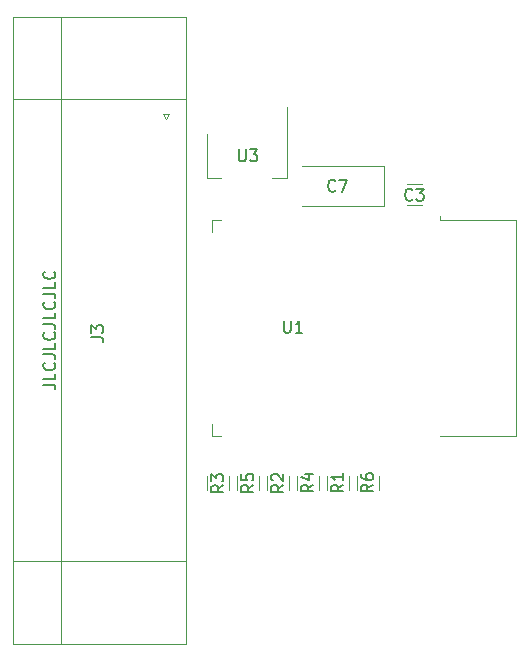
<source format=gbr>
G04 #@! TF.GenerationSoftware,KiCad,Pcbnew,(5.1.4-0-10_14)*
G04 #@! TF.CreationDate,2020-06-27T12:48:12+01:00*
G04 #@! TF.ProjectId,Informer207,496e666f-726d-4657-9232-30372e6b6963,rev?*
G04 #@! TF.SameCoordinates,Original*
G04 #@! TF.FileFunction,Legend,Top*
G04 #@! TF.FilePolarity,Positive*
%FSLAX46Y46*%
G04 Gerber Fmt 4.6, Leading zero omitted, Abs format (unit mm)*
G04 Created by KiCad (PCBNEW (5.1.4-0-10_14)) date 2020-06-27 12:48:12*
%MOMM*%
%LPD*%
G04 APERTURE LIST*
%ADD10C,0.150000*%
%ADD11C,0.120000*%
G04 APERTURE END LIST*
D10*
X136612380Y-110029047D02*
X137326666Y-110029047D01*
X137469523Y-110076666D01*
X137564761Y-110171904D01*
X137612380Y-110314761D01*
X137612380Y-110410000D01*
X137612380Y-109076666D02*
X137612380Y-109552857D01*
X136612380Y-109552857D01*
X137517142Y-108171904D02*
X137564761Y-108219523D01*
X137612380Y-108362380D01*
X137612380Y-108457619D01*
X137564761Y-108600476D01*
X137469523Y-108695714D01*
X137374285Y-108743333D01*
X137183809Y-108790952D01*
X137040952Y-108790952D01*
X136850476Y-108743333D01*
X136755238Y-108695714D01*
X136660000Y-108600476D01*
X136612380Y-108457619D01*
X136612380Y-108362380D01*
X136660000Y-108219523D01*
X136707619Y-108171904D01*
X136612380Y-107457619D02*
X137326666Y-107457619D01*
X137469523Y-107505238D01*
X137564761Y-107600476D01*
X137612380Y-107743333D01*
X137612380Y-107838571D01*
X137612380Y-106505238D02*
X137612380Y-106981428D01*
X136612380Y-106981428D01*
X137517142Y-105600476D02*
X137564761Y-105648095D01*
X137612380Y-105790952D01*
X137612380Y-105886190D01*
X137564761Y-106029047D01*
X137469523Y-106124285D01*
X137374285Y-106171904D01*
X137183809Y-106219523D01*
X137040952Y-106219523D01*
X136850476Y-106171904D01*
X136755238Y-106124285D01*
X136660000Y-106029047D01*
X136612380Y-105886190D01*
X136612380Y-105790952D01*
X136660000Y-105648095D01*
X136707619Y-105600476D01*
X136612380Y-104886190D02*
X137326666Y-104886190D01*
X137469523Y-104933809D01*
X137564761Y-105029047D01*
X137612380Y-105171904D01*
X137612380Y-105267142D01*
X137612380Y-103933809D02*
X137612380Y-104410000D01*
X136612380Y-104410000D01*
X137517142Y-103029047D02*
X137564761Y-103076666D01*
X137612380Y-103219523D01*
X137612380Y-103314761D01*
X137564761Y-103457619D01*
X137469523Y-103552857D01*
X137374285Y-103600476D01*
X137183809Y-103648095D01*
X137040952Y-103648095D01*
X136850476Y-103600476D01*
X136755238Y-103552857D01*
X136660000Y-103457619D01*
X136612380Y-103314761D01*
X136612380Y-103219523D01*
X136660000Y-103076666D01*
X136707619Y-103029047D01*
X136612380Y-102314761D02*
X137326666Y-102314761D01*
X137469523Y-102362380D01*
X137564761Y-102457619D01*
X137612380Y-102600476D01*
X137612380Y-102695714D01*
X137612380Y-101362380D02*
X137612380Y-101838571D01*
X136612380Y-101838571D01*
X137517142Y-100457619D02*
X137564761Y-100505238D01*
X137612380Y-100648095D01*
X137612380Y-100743333D01*
X137564761Y-100886190D01*
X137469523Y-100981428D01*
X137374285Y-101029047D01*
X137183809Y-101076666D01*
X137040952Y-101076666D01*
X136850476Y-101029047D01*
X136755238Y-100981428D01*
X136660000Y-100886190D01*
X136612380Y-100743333D01*
X136612380Y-100648095D01*
X136660000Y-100505238D01*
X136707619Y-100457619D01*
D11*
X138125200Y-78854300D02*
X138125200Y-131940300D01*
X148666200Y-124955300D02*
X134061200Y-124955300D01*
X148666200Y-85839300D02*
X134061200Y-85839300D01*
X134061200Y-78854300D02*
X148666200Y-78854300D01*
X134061200Y-131940300D02*
X134061200Y-78854300D01*
X148666200Y-131940300D02*
X134061200Y-131940300D01*
X148666200Y-78854300D02*
X148666200Y-131940300D01*
X147015200Y-87565975D02*
X146765200Y-87132962D01*
X147265200Y-87132962D02*
X147015200Y-87565975D01*
X146765200Y-87132962D02*
X147265200Y-87132962D01*
X167417336Y-94839200D02*
X168621464Y-94839200D01*
X167417336Y-93019200D02*
X168621464Y-93019200D01*
X162454000Y-118929564D02*
X162454000Y-117725436D01*
X160634000Y-118929564D02*
X160634000Y-117725436D01*
X154834000Y-117725436D02*
X154834000Y-118929564D01*
X153014000Y-117725436D02*
X153014000Y-118929564D01*
X150474000Y-118929564D02*
X150474000Y-117725436D01*
X152294000Y-118929564D02*
X152294000Y-117725436D01*
X159914000Y-118929564D02*
X159914000Y-117725436D01*
X158094000Y-118929564D02*
X158094000Y-117725436D01*
X155554000Y-118929564D02*
X155554000Y-117725436D01*
X157374000Y-118929564D02*
X157374000Y-117725436D01*
X163174000Y-117725436D02*
X163174000Y-118929564D01*
X164994000Y-117725436D02*
X164994000Y-118929564D01*
X151653300Y-96086800D02*
X150873300Y-96086800D01*
X150873300Y-96086800D02*
X150873300Y-97086800D01*
X151653300Y-114326800D02*
X150873300Y-114326800D01*
X150873300Y-114326800D02*
X150873300Y-113326800D01*
X176618300Y-96086800D02*
X176618300Y-114326800D01*
X176618300Y-114326800D02*
X170198300Y-114326800D01*
X176618300Y-96086800D02*
X170198300Y-96086800D01*
X170198300Y-96086800D02*
X170198300Y-95706800D01*
X150425100Y-92562200D02*
X151685100Y-92562200D01*
X157245100Y-92562200D02*
X155985100Y-92562200D01*
X150425100Y-88802200D02*
X150425100Y-92562200D01*
X157245100Y-86552200D02*
X157245100Y-92562200D01*
X158490500Y-94902600D02*
X165425500Y-94902600D01*
X165425500Y-94902600D02*
X165425500Y-91482600D01*
X165425500Y-91482600D02*
X158490500Y-91482600D01*
D10*
X140676380Y-105997333D02*
X141390666Y-105997333D01*
X141533523Y-106044952D01*
X141628761Y-106140190D01*
X141676380Y-106283047D01*
X141676380Y-106378285D01*
X140676380Y-105616380D02*
X140676380Y-104997333D01*
X141057333Y-105330666D01*
X141057333Y-105187809D01*
X141104952Y-105092571D01*
X141152571Y-105044952D01*
X141247809Y-104997333D01*
X141485904Y-104997333D01*
X141581142Y-105044952D01*
X141628761Y-105092571D01*
X141676380Y-105187809D01*
X141676380Y-105473523D01*
X141628761Y-105568761D01*
X141581142Y-105616380D01*
X167852733Y-94337142D02*
X167805114Y-94384761D01*
X167662257Y-94432380D01*
X167567019Y-94432380D01*
X167424161Y-94384761D01*
X167328923Y-94289523D01*
X167281304Y-94194285D01*
X167233685Y-94003809D01*
X167233685Y-93860952D01*
X167281304Y-93670476D01*
X167328923Y-93575238D01*
X167424161Y-93480000D01*
X167567019Y-93432380D01*
X167662257Y-93432380D01*
X167805114Y-93480000D01*
X167852733Y-93527619D01*
X168186066Y-93432380D02*
X168805114Y-93432380D01*
X168471780Y-93813333D01*
X168614638Y-93813333D01*
X168709876Y-93860952D01*
X168757495Y-93908571D01*
X168805114Y-94003809D01*
X168805114Y-94241904D01*
X168757495Y-94337142D01*
X168709876Y-94384761D01*
X168614638Y-94432380D01*
X168328923Y-94432380D01*
X168233685Y-94384761D01*
X168186066Y-94337142D01*
X161996380Y-118472976D02*
X161520190Y-118806309D01*
X161996380Y-119044404D02*
X160996380Y-119044404D01*
X160996380Y-118663452D01*
X161044000Y-118568214D01*
X161091619Y-118520595D01*
X161186857Y-118472976D01*
X161329714Y-118472976D01*
X161424952Y-118520595D01*
X161472571Y-118568214D01*
X161520190Y-118663452D01*
X161520190Y-119044404D01*
X161996380Y-117520595D02*
X161996380Y-118092023D01*
X161996380Y-117806309D02*
X160996380Y-117806309D01*
X161139238Y-117901547D01*
X161234476Y-117996785D01*
X161282095Y-118092023D01*
X156916380Y-118494166D02*
X156440190Y-118827500D01*
X156916380Y-119065595D02*
X155916380Y-119065595D01*
X155916380Y-118684642D01*
X155964000Y-118589404D01*
X156011619Y-118541785D01*
X156106857Y-118494166D01*
X156249714Y-118494166D01*
X156344952Y-118541785D01*
X156392571Y-118589404D01*
X156440190Y-118684642D01*
X156440190Y-119065595D01*
X156011619Y-118113214D02*
X155964000Y-118065595D01*
X155916380Y-117970357D01*
X155916380Y-117732261D01*
X155964000Y-117637023D01*
X156011619Y-117589404D01*
X156106857Y-117541785D01*
X156202095Y-117541785D01*
X156344952Y-117589404D01*
X156916380Y-118160833D01*
X156916380Y-117541785D01*
X151836380Y-118530666D02*
X151360190Y-118864000D01*
X151836380Y-119102095D02*
X150836380Y-119102095D01*
X150836380Y-118721142D01*
X150884000Y-118625904D01*
X150931619Y-118578285D01*
X151026857Y-118530666D01*
X151169714Y-118530666D01*
X151264952Y-118578285D01*
X151312571Y-118625904D01*
X151360190Y-118721142D01*
X151360190Y-119102095D01*
X150836380Y-118197333D02*
X150836380Y-117578285D01*
X151217333Y-117911619D01*
X151217333Y-117768761D01*
X151264952Y-117673523D01*
X151312571Y-117625904D01*
X151407809Y-117578285D01*
X151645904Y-117578285D01*
X151741142Y-117625904D01*
X151788761Y-117673523D01*
X151836380Y-117768761D01*
X151836380Y-118054476D01*
X151788761Y-118149714D01*
X151741142Y-118197333D01*
X159456380Y-118472976D02*
X158980190Y-118806309D01*
X159456380Y-119044404D02*
X158456380Y-119044404D01*
X158456380Y-118663452D01*
X158504000Y-118568214D01*
X158551619Y-118520595D01*
X158646857Y-118472976D01*
X158789714Y-118472976D01*
X158884952Y-118520595D01*
X158932571Y-118568214D01*
X158980190Y-118663452D01*
X158980190Y-119044404D01*
X158789714Y-117615833D02*
X159456380Y-117615833D01*
X158408761Y-117853928D02*
X159123047Y-118092023D01*
X159123047Y-117472976D01*
X154376380Y-118494166D02*
X153900190Y-118827500D01*
X154376380Y-119065595D02*
X153376380Y-119065595D01*
X153376380Y-118684642D01*
X153424000Y-118589404D01*
X153471619Y-118541785D01*
X153566857Y-118494166D01*
X153709714Y-118494166D01*
X153804952Y-118541785D01*
X153852571Y-118589404D01*
X153900190Y-118684642D01*
X153900190Y-119065595D01*
X153376380Y-117589404D02*
X153376380Y-118065595D01*
X153852571Y-118113214D01*
X153804952Y-118065595D01*
X153757333Y-117970357D01*
X153757333Y-117732261D01*
X153804952Y-117637023D01*
X153852571Y-117589404D01*
X153947809Y-117541785D01*
X154185904Y-117541785D01*
X154281142Y-117589404D01*
X154328761Y-117637023D01*
X154376380Y-117732261D01*
X154376380Y-117970357D01*
X154328761Y-118065595D01*
X154281142Y-118113214D01*
X164523680Y-118472976D02*
X164047490Y-118806309D01*
X164523680Y-119044404D02*
X163523680Y-119044404D01*
X163523680Y-118663452D01*
X163571300Y-118568214D01*
X163618919Y-118520595D01*
X163714157Y-118472976D01*
X163857014Y-118472976D01*
X163952252Y-118520595D01*
X163999871Y-118568214D01*
X164047490Y-118663452D01*
X164047490Y-119044404D01*
X163523680Y-117615833D02*
X163523680Y-117806309D01*
X163571300Y-117901547D01*
X163618919Y-117949166D01*
X163761776Y-118044404D01*
X163952252Y-118092023D01*
X164333204Y-118092023D01*
X164428442Y-118044404D01*
X164476061Y-117996785D01*
X164523680Y-117901547D01*
X164523680Y-117711071D01*
X164476061Y-117615833D01*
X164428442Y-117568214D01*
X164333204Y-117520595D01*
X164095109Y-117520595D01*
X163999871Y-117568214D01*
X163952252Y-117615833D01*
X163904633Y-117711071D01*
X163904633Y-117901547D01*
X163952252Y-117996785D01*
X163999871Y-118044404D01*
X164095109Y-118092023D01*
X156972095Y-104608380D02*
X156972095Y-105417904D01*
X157019714Y-105513142D01*
X157067333Y-105560761D01*
X157162571Y-105608380D01*
X157353047Y-105608380D01*
X157448285Y-105560761D01*
X157495904Y-105513142D01*
X157543523Y-105417904D01*
X157543523Y-104608380D01*
X158543523Y-105608380D02*
X157972095Y-105608380D01*
X158257809Y-105608380D02*
X158257809Y-104608380D01*
X158162571Y-104751238D01*
X158067333Y-104846476D01*
X157972095Y-104894095D01*
X153162095Y-90104580D02*
X153162095Y-90914104D01*
X153209714Y-91009342D01*
X153257333Y-91056961D01*
X153352571Y-91104580D01*
X153543047Y-91104580D01*
X153638285Y-91056961D01*
X153685904Y-91009342D01*
X153733523Y-90914104D01*
X153733523Y-90104580D01*
X154114476Y-90104580D02*
X154733523Y-90104580D01*
X154400190Y-90485533D01*
X154543047Y-90485533D01*
X154638285Y-90533152D01*
X154685904Y-90580771D01*
X154733523Y-90676009D01*
X154733523Y-90914104D01*
X154685904Y-91009342D01*
X154638285Y-91056961D01*
X154543047Y-91104580D01*
X154257333Y-91104580D01*
X154162095Y-91056961D01*
X154114476Y-91009342D01*
X161323833Y-93575142D02*
X161276214Y-93622761D01*
X161133357Y-93670380D01*
X161038119Y-93670380D01*
X160895261Y-93622761D01*
X160800023Y-93527523D01*
X160752404Y-93432285D01*
X160704785Y-93241809D01*
X160704785Y-93098952D01*
X160752404Y-92908476D01*
X160800023Y-92813238D01*
X160895261Y-92718000D01*
X161038119Y-92670380D01*
X161133357Y-92670380D01*
X161276214Y-92718000D01*
X161323833Y-92765619D01*
X161657166Y-92670380D02*
X162323833Y-92670380D01*
X161895261Y-93670380D01*
M02*

</source>
